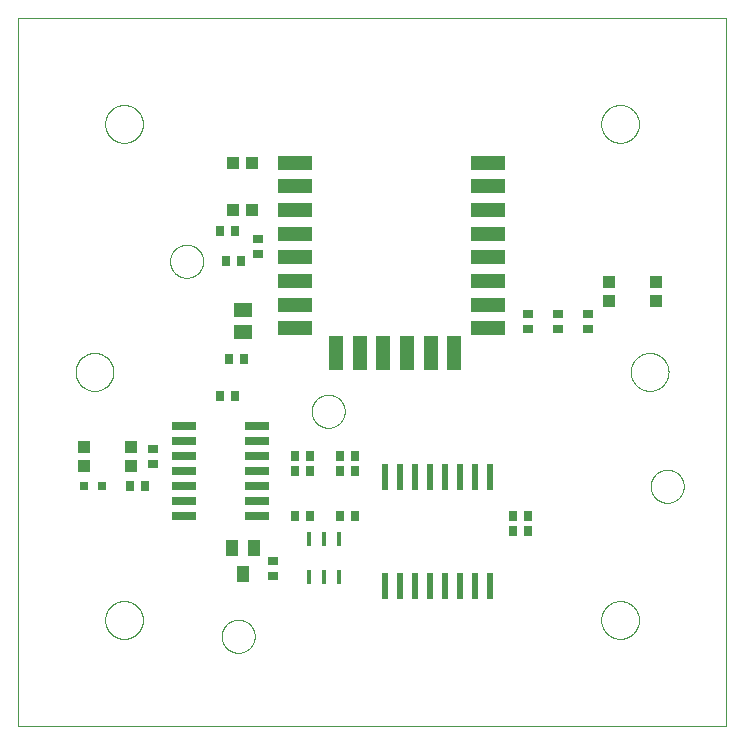
<source format=gtp>
G75*
%MOIN*%
%OFA0B0*%
%FSLAX25Y25*%
%IPPOS*%
%LPD*%
%AMOC8*
5,1,8,0,0,1.08239X$1,22.5*
%
%ADD10C,0.00000*%
%ADD11R,0.05906X0.05118*%
%ADD12R,0.03543X0.02756*%
%ADD13R,0.02756X0.03543*%
%ADD14R,0.03937X0.03937*%
%ADD15R,0.11811X0.04724*%
%ADD16R,0.04724X0.11811*%
%ADD17R,0.02362X0.08661*%
%ADD18R,0.03150X0.03150*%
%ADD19R,0.08000X0.02600*%
%ADD20R,0.03937X0.05512*%
%ADD21R,0.01600X0.04800*%
D10*
X0001000Y0001000D02*
X0001000Y0237220D01*
X0237220Y0237220D01*
X0237220Y0001000D01*
X0001000Y0001000D01*
X0030134Y0036433D02*
X0030136Y0036591D01*
X0030142Y0036749D01*
X0030152Y0036907D01*
X0030166Y0037065D01*
X0030184Y0037222D01*
X0030205Y0037379D01*
X0030231Y0037535D01*
X0030261Y0037691D01*
X0030294Y0037846D01*
X0030332Y0037999D01*
X0030373Y0038152D01*
X0030418Y0038304D01*
X0030467Y0038455D01*
X0030520Y0038604D01*
X0030576Y0038752D01*
X0030636Y0038898D01*
X0030700Y0039043D01*
X0030768Y0039186D01*
X0030839Y0039328D01*
X0030913Y0039468D01*
X0030991Y0039605D01*
X0031073Y0039741D01*
X0031157Y0039875D01*
X0031246Y0040006D01*
X0031337Y0040135D01*
X0031432Y0040262D01*
X0031529Y0040387D01*
X0031630Y0040509D01*
X0031734Y0040628D01*
X0031841Y0040745D01*
X0031951Y0040859D01*
X0032064Y0040970D01*
X0032179Y0041079D01*
X0032297Y0041184D01*
X0032418Y0041286D01*
X0032541Y0041386D01*
X0032667Y0041482D01*
X0032795Y0041575D01*
X0032925Y0041665D01*
X0033058Y0041751D01*
X0033193Y0041835D01*
X0033329Y0041914D01*
X0033468Y0041991D01*
X0033609Y0042063D01*
X0033751Y0042133D01*
X0033895Y0042198D01*
X0034041Y0042260D01*
X0034188Y0042318D01*
X0034337Y0042373D01*
X0034487Y0042424D01*
X0034638Y0042471D01*
X0034790Y0042514D01*
X0034943Y0042553D01*
X0035098Y0042589D01*
X0035253Y0042620D01*
X0035409Y0042648D01*
X0035565Y0042672D01*
X0035722Y0042692D01*
X0035880Y0042708D01*
X0036037Y0042720D01*
X0036196Y0042728D01*
X0036354Y0042732D01*
X0036512Y0042732D01*
X0036670Y0042728D01*
X0036829Y0042720D01*
X0036986Y0042708D01*
X0037144Y0042692D01*
X0037301Y0042672D01*
X0037457Y0042648D01*
X0037613Y0042620D01*
X0037768Y0042589D01*
X0037923Y0042553D01*
X0038076Y0042514D01*
X0038228Y0042471D01*
X0038379Y0042424D01*
X0038529Y0042373D01*
X0038678Y0042318D01*
X0038825Y0042260D01*
X0038971Y0042198D01*
X0039115Y0042133D01*
X0039257Y0042063D01*
X0039398Y0041991D01*
X0039537Y0041914D01*
X0039673Y0041835D01*
X0039808Y0041751D01*
X0039941Y0041665D01*
X0040071Y0041575D01*
X0040199Y0041482D01*
X0040325Y0041386D01*
X0040448Y0041286D01*
X0040569Y0041184D01*
X0040687Y0041079D01*
X0040802Y0040970D01*
X0040915Y0040859D01*
X0041025Y0040745D01*
X0041132Y0040628D01*
X0041236Y0040509D01*
X0041337Y0040387D01*
X0041434Y0040262D01*
X0041529Y0040135D01*
X0041620Y0040006D01*
X0041709Y0039875D01*
X0041793Y0039741D01*
X0041875Y0039605D01*
X0041953Y0039468D01*
X0042027Y0039328D01*
X0042098Y0039186D01*
X0042166Y0039043D01*
X0042230Y0038898D01*
X0042290Y0038752D01*
X0042346Y0038604D01*
X0042399Y0038455D01*
X0042448Y0038304D01*
X0042493Y0038152D01*
X0042534Y0037999D01*
X0042572Y0037846D01*
X0042605Y0037691D01*
X0042635Y0037535D01*
X0042661Y0037379D01*
X0042682Y0037222D01*
X0042700Y0037065D01*
X0042714Y0036907D01*
X0042724Y0036749D01*
X0042730Y0036591D01*
X0042732Y0036433D01*
X0042730Y0036275D01*
X0042724Y0036117D01*
X0042714Y0035959D01*
X0042700Y0035801D01*
X0042682Y0035644D01*
X0042661Y0035487D01*
X0042635Y0035331D01*
X0042605Y0035175D01*
X0042572Y0035020D01*
X0042534Y0034867D01*
X0042493Y0034714D01*
X0042448Y0034562D01*
X0042399Y0034411D01*
X0042346Y0034262D01*
X0042290Y0034114D01*
X0042230Y0033968D01*
X0042166Y0033823D01*
X0042098Y0033680D01*
X0042027Y0033538D01*
X0041953Y0033398D01*
X0041875Y0033261D01*
X0041793Y0033125D01*
X0041709Y0032991D01*
X0041620Y0032860D01*
X0041529Y0032731D01*
X0041434Y0032604D01*
X0041337Y0032479D01*
X0041236Y0032357D01*
X0041132Y0032238D01*
X0041025Y0032121D01*
X0040915Y0032007D01*
X0040802Y0031896D01*
X0040687Y0031787D01*
X0040569Y0031682D01*
X0040448Y0031580D01*
X0040325Y0031480D01*
X0040199Y0031384D01*
X0040071Y0031291D01*
X0039941Y0031201D01*
X0039808Y0031115D01*
X0039673Y0031031D01*
X0039537Y0030952D01*
X0039398Y0030875D01*
X0039257Y0030803D01*
X0039115Y0030733D01*
X0038971Y0030668D01*
X0038825Y0030606D01*
X0038678Y0030548D01*
X0038529Y0030493D01*
X0038379Y0030442D01*
X0038228Y0030395D01*
X0038076Y0030352D01*
X0037923Y0030313D01*
X0037768Y0030277D01*
X0037613Y0030246D01*
X0037457Y0030218D01*
X0037301Y0030194D01*
X0037144Y0030174D01*
X0036986Y0030158D01*
X0036829Y0030146D01*
X0036670Y0030138D01*
X0036512Y0030134D01*
X0036354Y0030134D01*
X0036196Y0030138D01*
X0036037Y0030146D01*
X0035880Y0030158D01*
X0035722Y0030174D01*
X0035565Y0030194D01*
X0035409Y0030218D01*
X0035253Y0030246D01*
X0035098Y0030277D01*
X0034943Y0030313D01*
X0034790Y0030352D01*
X0034638Y0030395D01*
X0034487Y0030442D01*
X0034337Y0030493D01*
X0034188Y0030548D01*
X0034041Y0030606D01*
X0033895Y0030668D01*
X0033751Y0030733D01*
X0033609Y0030803D01*
X0033468Y0030875D01*
X0033329Y0030952D01*
X0033193Y0031031D01*
X0033058Y0031115D01*
X0032925Y0031201D01*
X0032795Y0031291D01*
X0032667Y0031384D01*
X0032541Y0031480D01*
X0032418Y0031580D01*
X0032297Y0031682D01*
X0032179Y0031787D01*
X0032064Y0031896D01*
X0031951Y0032007D01*
X0031841Y0032121D01*
X0031734Y0032238D01*
X0031630Y0032357D01*
X0031529Y0032479D01*
X0031432Y0032604D01*
X0031337Y0032731D01*
X0031246Y0032860D01*
X0031157Y0032991D01*
X0031073Y0033125D01*
X0030991Y0033261D01*
X0030913Y0033398D01*
X0030839Y0033538D01*
X0030768Y0033680D01*
X0030700Y0033823D01*
X0030636Y0033968D01*
X0030576Y0034114D01*
X0030520Y0034262D01*
X0030467Y0034411D01*
X0030418Y0034562D01*
X0030373Y0034714D01*
X0030332Y0034867D01*
X0030294Y0035020D01*
X0030261Y0035175D01*
X0030231Y0035331D01*
X0030205Y0035487D01*
X0030184Y0035644D01*
X0030166Y0035801D01*
X0030152Y0035959D01*
X0030142Y0036117D01*
X0030136Y0036275D01*
X0030134Y0036433D01*
X0068988Y0031000D02*
X0068990Y0031148D01*
X0068996Y0031296D01*
X0069006Y0031444D01*
X0069020Y0031591D01*
X0069038Y0031738D01*
X0069059Y0031884D01*
X0069085Y0032030D01*
X0069115Y0032175D01*
X0069148Y0032319D01*
X0069186Y0032462D01*
X0069227Y0032604D01*
X0069272Y0032745D01*
X0069320Y0032885D01*
X0069373Y0033024D01*
X0069429Y0033161D01*
X0069489Y0033296D01*
X0069552Y0033430D01*
X0069619Y0033562D01*
X0069690Y0033692D01*
X0069764Y0033820D01*
X0069841Y0033946D01*
X0069922Y0034070D01*
X0070006Y0034192D01*
X0070093Y0034311D01*
X0070184Y0034428D01*
X0070278Y0034543D01*
X0070374Y0034655D01*
X0070474Y0034765D01*
X0070576Y0034871D01*
X0070682Y0034975D01*
X0070790Y0035076D01*
X0070901Y0035174D01*
X0071014Y0035270D01*
X0071130Y0035362D01*
X0071248Y0035451D01*
X0071369Y0035536D01*
X0071492Y0035619D01*
X0071617Y0035698D01*
X0071744Y0035774D01*
X0071873Y0035846D01*
X0072004Y0035915D01*
X0072137Y0035980D01*
X0072272Y0036041D01*
X0072408Y0036099D01*
X0072545Y0036154D01*
X0072684Y0036204D01*
X0072825Y0036251D01*
X0072966Y0036294D01*
X0073109Y0036334D01*
X0073253Y0036369D01*
X0073397Y0036401D01*
X0073543Y0036428D01*
X0073689Y0036452D01*
X0073836Y0036472D01*
X0073983Y0036488D01*
X0074130Y0036500D01*
X0074278Y0036508D01*
X0074426Y0036512D01*
X0074574Y0036512D01*
X0074722Y0036508D01*
X0074870Y0036500D01*
X0075017Y0036488D01*
X0075164Y0036472D01*
X0075311Y0036452D01*
X0075457Y0036428D01*
X0075603Y0036401D01*
X0075747Y0036369D01*
X0075891Y0036334D01*
X0076034Y0036294D01*
X0076175Y0036251D01*
X0076316Y0036204D01*
X0076455Y0036154D01*
X0076592Y0036099D01*
X0076728Y0036041D01*
X0076863Y0035980D01*
X0076996Y0035915D01*
X0077127Y0035846D01*
X0077256Y0035774D01*
X0077383Y0035698D01*
X0077508Y0035619D01*
X0077631Y0035536D01*
X0077752Y0035451D01*
X0077870Y0035362D01*
X0077986Y0035270D01*
X0078099Y0035174D01*
X0078210Y0035076D01*
X0078318Y0034975D01*
X0078424Y0034871D01*
X0078526Y0034765D01*
X0078626Y0034655D01*
X0078722Y0034543D01*
X0078816Y0034428D01*
X0078907Y0034311D01*
X0078994Y0034192D01*
X0079078Y0034070D01*
X0079159Y0033946D01*
X0079236Y0033820D01*
X0079310Y0033692D01*
X0079381Y0033562D01*
X0079448Y0033430D01*
X0079511Y0033296D01*
X0079571Y0033161D01*
X0079627Y0033024D01*
X0079680Y0032885D01*
X0079728Y0032745D01*
X0079773Y0032604D01*
X0079814Y0032462D01*
X0079852Y0032319D01*
X0079885Y0032175D01*
X0079915Y0032030D01*
X0079941Y0031884D01*
X0079962Y0031738D01*
X0079980Y0031591D01*
X0079994Y0031444D01*
X0080004Y0031296D01*
X0080010Y0031148D01*
X0080012Y0031000D01*
X0080010Y0030852D01*
X0080004Y0030704D01*
X0079994Y0030556D01*
X0079980Y0030409D01*
X0079962Y0030262D01*
X0079941Y0030116D01*
X0079915Y0029970D01*
X0079885Y0029825D01*
X0079852Y0029681D01*
X0079814Y0029538D01*
X0079773Y0029396D01*
X0079728Y0029255D01*
X0079680Y0029115D01*
X0079627Y0028976D01*
X0079571Y0028839D01*
X0079511Y0028704D01*
X0079448Y0028570D01*
X0079381Y0028438D01*
X0079310Y0028308D01*
X0079236Y0028180D01*
X0079159Y0028054D01*
X0079078Y0027930D01*
X0078994Y0027808D01*
X0078907Y0027689D01*
X0078816Y0027572D01*
X0078722Y0027457D01*
X0078626Y0027345D01*
X0078526Y0027235D01*
X0078424Y0027129D01*
X0078318Y0027025D01*
X0078210Y0026924D01*
X0078099Y0026826D01*
X0077986Y0026730D01*
X0077870Y0026638D01*
X0077752Y0026549D01*
X0077631Y0026464D01*
X0077508Y0026381D01*
X0077383Y0026302D01*
X0077256Y0026226D01*
X0077127Y0026154D01*
X0076996Y0026085D01*
X0076863Y0026020D01*
X0076728Y0025959D01*
X0076592Y0025901D01*
X0076455Y0025846D01*
X0076316Y0025796D01*
X0076175Y0025749D01*
X0076034Y0025706D01*
X0075891Y0025666D01*
X0075747Y0025631D01*
X0075603Y0025599D01*
X0075457Y0025572D01*
X0075311Y0025548D01*
X0075164Y0025528D01*
X0075017Y0025512D01*
X0074870Y0025500D01*
X0074722Y0025492D01*
X0074574Y0025488D01*
X0074426Y0025488D01*
X0074278Y0025492D01*
X0074130Y0025500D01*
X0073983Y0025512D01*
X0073836Y0025528D01*
X0073689Y0025548D01*
X0073543Y0025572D01*
X0073397Y0025599D01*
X0073253Y0025631D01*
X0073109Y0025666D01*
X0072966Y0025706D01*
X0072825Y0025749D01*
X0072684Y0025796D01*
X0072545Y0025846D01*
X0072408Y0025901D01*
X0072272Y0025959D01*
X0072137Y0026020D01*
X0072004Y0026085D01*
X0071873Y0026154D01*
X0071744Y0026226D01*
X0071617Y0026302D01*
X0071492Y0026381D01*
X0071369Y0026464D01*
X0071248Y0026549D01*
X0071130Y0026638D01*
X0071014Y0026730D01*
X0070901Y0026826D01*
X0070790Y0026924D01*
X0070682Y0027025D01*
X0070576Y0027129D01*
X0070474Y0027235D01*
X0070374Y0027345D01*
X0070278Y0027457D01*
X0070184Y0027572D01*
X0070093Y0027689D01*
X0070006Y0027808D01*
X0069922Y0027930D01*
X0069841Y0028054D01*
X0069764Y0028180D01*
X0069690Y0028308D01*
X0069619Y0028438D01*
X0069552Y0028570D01*
X0069489Y0028704D01*
X0069429Y0028839D01*
X0069373Y0028976D01*
X0069320Y0029115D01*
X0069272Y0029255D01*
X0069227Y0029396D01*
X0069186Y0029538D01*
X0069148Y0029681D01*
X0069115Y0029825D01*
X0069085Y0029970D01*
X0069059Y0030116D01*
X0069038Y0030262D01*
X0069020Y0030409D01*
X0069006Y0030556D01*
X0068996Y0030704D01*
X0068990Y0030852D01*
X0068988Y0031000D01*
X0098988Y0106000D02*
X0098990Y0106148D01*
X0098996Y0106296D01*
X0099006Y0106444D01*
X0099020Y0106591D01*
X0099038Y0106738D01*
X0099059Y0106884D01*
X0099085Y0107030D01*
X0099115Y0107175D01*
X0099148Y0107319D01*
X0099186Y0107462D01*
X0099227Y0107604D01*
X0099272Y0107745D01*
X0099320Y0107885D01*
X0099373Y0108024D01*
X0099429Y0108161D01*
X0099489Y0108296D01*
X0099552Y0108430D01*
X0099619Y0108562D01*
X0099690Y0108692D01*
X0099764Y0108820D01*
X0099841Y0108946D01*
X0099922Y0109070D01*
X0100006Y0109192D01*
X0100093Y0109311D01*
X0100184Y0109428D01*
X0100278Y0109543D01*
X0100374Y0109655D01*
X0100474Y0109765D01*
X0100576Y0109871D01*
X0100682Y0109975D01*
X0100790Y0110076D01*
X0100901Y0110174D01*
X0101014Y0110270D01*
X0101130Y0110362D01*
X0101248Y0110451D01*
X0101369Y0110536D01*
X0101492Y0110619D01*
X0101617Y0110698D01*
X0101744Y0110774D01*
X0101873Y0110846D01*
X0102004Y0110915D01*
X0102137Y0110980D01*
X0102272Y0111041D01*
X0102408Y0111099D01*
X0102545Y0111154D01*
X0102684Y0111204D01*
X0102825Y0111251D01*
X0102966Y0111294D01*
X0103109Y0111334D01*
X0103253Y0111369D01*
X0103397Y0111401D01*
X0103543Y0111428D01*
X0103689Y0111452D01*
X0103836Y0111472D01*
X0103983Y0111488D01*
X0104130Y0111500D01*
X0104278Y0111508D01*
X0104426Y0111512D01*
X0104574Y0111512D01*
X0104722Y0111508D01*
X0104870Y0111500D01*
X0105017Y0111488D01*
X0105164Y0111472D01*
X0105311Y0111452D01*
X0105457Y0111428D01*
X0105603Y0111401D01*
X0105747Y0111369D01*
X0105891Y0111334D01*
X0106034Y0111294D01*
X0106175Y0111251D01*
X0106316Y0111204D01*
X0106455Y0111154D01*
X0106592Y0111099D01*
X0106728Y0111041D01*
X0106863Y0110980D01*
X0106996Y0110915D01*
X0107127Y0110846D01*
X0107256Y0110774D01*
X0107383Y0110698D01*
X0107508Y0110619D01*
X0107631Y0110536D01*
X0107752Y0110451D01*
X0107870Y0110362D01*
X0107986Y0110270D01*
X0108099Y0110174D01*
X0108210Y0110076D01*
X0108318Y0109975D01*
X0108424Y0109871D01*
X0108526Y0109765D01*
X0108626Y0109655D01*
X0108722Y0109543D01*
X0108816Y0109428D01*
X0108907Y0109311D01*
X0108994Y0109192D01*
X0109078Y0109070D01*
X0109159Y0108946D01*
X0109236Y0108820D01*
X0109310Y0108692D01*
X0109381Y0108562D01*
X0109448Y0108430D01*
X0109511Y0108296D01*
X0109571Y0108161D01*
X0109627Y0108024D01*
X0109680Y0107885D01*
X0109728Y0107745D01*
X0109773Y0107604D01*
X0109814Y0107462D01*
X0109852Y0107319D01*
X0109885Y0107175D01*
X0109915Y0107030D01*
X0109941Y0106884D01*
X0109962Y0106738D01*
X0109980Y0106591D01*
X0109994Y0106444D01*
X0110004Y0106296D01*
X0110010Y0106148D01*
X0110012Y0106000D01*
X0110010Y0105852D01*
X0110004Y0105704D01*
X0109994Y0105556D01*
X0109980Y0105409D01*
X0109962Y0105262D01*
X0109941Y0105116D01*
X0109915Y0104970D01*
X0109885Y0104825D01*
X0109852Y0104681D01*
X0109814Y0104538D01*
X0109773Y0104396D01*
X0109728Y0104255D01*
X0109680Y0104115D01*
X0109627Y0103976D01*
X0109571Y0103839D01*
X0109511Y0103704D01*
X0109448Y0103570D01*
X0109381Y0103438D01*
X0109310Y0103308D01*
X0109236Y0103180D01*
X0109159Y0103054D01*
X0109078Y0102930D01*
X0108994Y0102808D01*
X0108907Y0102689D01*
X0108816Y0102572D01*
X0108722Y0102457D01*
X0108626Y0102345D01*
X0108526Y0102235D01*
X0108424Y0102129D01*
X0108318Y0102025D01*
X0108210Y0101924D01*
X0108099Y0101826D01*
X0107986Y0101730D01*
X0107870Y0101638D01*
X0107752Y0101549D01*
X0107631Y0101464D01*
X0107508Y0101381D01*
X0107383Y0101302D01*
X0107256Y0101226D01*
X0107127Y0101154D01*
X0106996Y0101085D01*
X0106863Y0101020D01*
X0106728Y0100959D01*
X0106592Y0100901D01*
X0106455Y0100846D01*
X0106316Y0100796D01*
X0106175Y0100749D01*
X0106034Y0100706D01*
X0105891Y0100666D01*
X0105747Y0100631D01*
X0105603Y0100599D01*
X0105457Y0100572D01*
X0105311Y0100548D01*
X0105164Y0100528D01*
X0105017Y0100512D01*
X0104870Y0100500D01*
X0104722Y0100492D01*
X0104574Y0100488D01*
X0104426Y0100488D01*
X0104278Y0100492D01*
X0104130Y0100500D01*
X0103983Y0100512D01*
X0103836Y0100528D01*
X0103689Y0100548D01*
X0103543Y0100572D01*
X0103397Y0100599D01*
X0103253Y0100631D01*
X0103109Y0100666D01*
X0102966Y0100706D01*
X0102825Y0100749D01*
X0102684Y0100796D01*
X0102545Y0100846D01*
X0102408Y0100901D01*
X0102272Y0100959D01*
X0102137Y0101020D01*
X0102004Y0101085D01*
X0101873Y0101154D01*
X0101744Y0101226D01*
X0101617Y0101302D01*
X0101492Y0101381D01*
X0101369Y0101464D01*
X0101248Y0101549D01*
X0101130Y0101638D01*
X0101014Y0101730D01*
X0100901Y0101826D01*
X0100790Y0101924D01*
X0100682Y0102025D01*
X0100576Y0102129D01*
X0100474Y0102235D01*
X0100374Y0102345D01*
X0100278Y0102457D01*
X0100184Y0102572D01*
X0100093Y0102689D01*
X0100006Y0102808D01*
X0099922Y0102930D01*
X0099841Y0103054D01*
X0099764Y0103180D01*
X0099690Y0103308D01*
X0099619Y0103438D01*
X0099552Y0103570D01*
X0099489Y0103704D01*
X0099429Y0103839D01*
X0099373Y0103976D01*
X0099320Y0104115D01*
X0099272Y0104255D01*
X0099227Y0104396D01*
X0099186Y0104538D01*
X0099148Y0104681D01*
X0099115Y0104825D01*
X0099085Y0104970D01*
X0099059Y0105116D01*
X0099038Y0105262D01*
X0099020Y0105409D01*
X0099006Y0105556D01*
X0098996Y0105704D01*
X0098990Y0105852D01*
X0098988Y0106000D01*
X0051788Y0156000D02*
X0051790Y0156148D01*
X0051796Y0156296D01*
X0051806Y0156444D01*
X0051820Y0156591D01*
X0051838Y0156738D01*
X0051859Y0156884D01*
X0051885Y0157030D01*
X0051915Y0157175D01*
X0051948Y0157319D01*
X0051986Y0157462D01*
X0052027Y0157604D01*
X0052072Y0157745D01*
X0052120Y0157885D01*
X0052173Y0158024D01*
X0052229Y0158161D01*
X0052289Y0158296D01*
X0052352Y0158430D01*
X0052419Y0158562D01*
X0052490Y0158692D01*
X0052564Y0158820D01*
X0052641Y0158946D01*
X0052722Y0159070D01*
X0052806Y0159192D01*
X0052893Y0159311D01*
X0052984Y0159428D01*
X0053078Y0159543D01*
X0053174Y0159655D01*
X0053274Y0159765D01*
X0053376Y0159871D01*
X0053482Y0159975D01*
X0053590Y0160076D01*
X0053701Y0160174D01*
X0053814Y0160270D01*
X0053930Y0160362D01*
X0054048Y0160451D01*
X0054169Y0160536D01*
X0054292Y0160619D01*
X0054417Y0160698D01*
X0054544Y0160774D01*
X0054673Y0160846D01*
X0054804Y0160915D01*
X0054937Y0160980D01*
X0055072Y0161041D01*
X0055208Y0161099D01*
X0055345Y0161154D01*
X0055484Y0161204D01*
X0055625Y0161251D01*
X0055766Y0161294D01*
X0055909Y0161334D01*
X0056053Y0161369D01*
X0056197Y0161401D01*
X0056343Y0161428D01*
X0056489Y0161452D01*
X0056636Y0161472D01*
X0056783Y0161488D01*
X0056930Y0161500D01*
X0057078Y0161508D01*
X0057226Y0161512D01*
X0057374Y0161512D01*
X0057522Y0161508D01*
X0057670Y0161500D01*
X0057817Y0161488D01*
X0057964Y0161472D01*
X0058111Y0161452D01*
X0058257Y0161428D01*
X0058403Y0161401D01*
X0058547Y0161369D01*
X0058691Y0161334D01*
X0058834Y0161294D01*
X0058975Y0161251D01*
X0059116Y0161204D01*
X0059255Y0161154D01*
X0059392Y0161099D01*
X0059528Y0161041D01*
X0059663Y0160980D01*
X0059796Y0160915D01*
X0059927Y0160846D01*
X0060056Y0160774D01*
X0060183Y0160698D01*
X0060308Y0160619D01*
X0060431Y0160536D01*
X0060552Y0160451D01*
X0060670Y0160362D01*
X0060786Y0160270D01*
X0060899Y0160174D01*
X0061010Y0160076D01*
X0061118Y0159975D01*
X0061224Y0159871D01*
X0061326Y0159765D01*
X0061426Y0159655D01*
X0061522Y0159543D01*
X0061616Y0159428D01*
X0061707Y0159311D01*
X0061794Y0159192D01*
X0061878Y0159070D01*
X0061959Y0158946D01*
X0062036Y0158820D01*
X0062110Y0158692D01*
X0062181Y0158562D01*
X0062248Y0158430D01*
X0062311Y0158296D01*
X0062371Y0158161D01*
X0062427Y0158024D01*
X0062480Y0157885D01*
X0062528Y0157745D01*
X0062573Y0157604D01*
X0062614Y0157462D01*
X0062652Y0157319D01*
X0062685Y0157175D01*
X0062715Y0157030D01*
X0062741Y0156884D01*
X0062762Y0156738D01*
X0062780Y0156591D01*
X0062794Y0156444D01*
X0062804Y0156296D01*
X0062810Y0156148D01*
X0062812Y0156000D01*
X0062810Y0155852D01*
X0062804Y0155704D01*
X0062794Y0155556D01*
X0062780Y0155409D01*
X0062762Y0155262D01*
X0062741Y0155116D01*
X0062715Y0154970D01*
X0062685Y0154825D01*
X0062652Y0154681D01*
X0062614Y0154538D01*
X0062573Y0154396D01*
X0062528Y0154255D01*
X0062480Y0154115D01*
X0062427Y0153976D01*
X0062371Y0153839D01*
X0062311Y0153704D01*
X0062248Y0153570D01*
X0062181Y0153438D01*
X0062110Y0153308D01*
X0062036Y0153180D01*
X0061959Y0153054D01*
X0061878Y0152930D01*
X0061794Y0152808D01*
X0061707Y0152689D01*
X0061616Y0152572D01*
X0061522Y0152457D01*
X0061426Y0152345D01*
X0061326Y0152235D01*
X0061224Y0152129D01*
X0061118Y0152025D01*
X0061010Y0151924D01*
X0060899Y0151826D01*
X0060786Y0151730D01*
X0060670Y0151638D01*
X0060552Y0151549D01*
X0060431Y0151464D01*
X0060308Y0151381D01*
X0060183Y0151302D01*
X0060056Y0151226D01*
X0059927Y0151154D01*
X0059796Y0151085D01*
X0059663Y0151020D01*
X0059528Y0150959D01*
X0059392Y0150901D01*
X0059255Y0150846D01*
X0059116Y0150796D01*
X0058975Y0150749D01*
X0058834Y0150706D01*
X0058691Y0150666D01*
X0058547Y0150631D01*
X0058403Y0150599D01*
X0058257Y0150572D01*
X0058111Y0150548D01*
X0057964Y0150528D01*
X0057817Y0150512D01*
X0057670Y0150500D01*
X0057522Y0150492D01*
X0057374Y0150488D01*
X0057226Y0150488D01*
X0057078Y0150492D01*
X0056930Y0150500D01*
X0056783Y0150512D01*
X0056636Y0150528D01*
X0056489Y0150548D01*
X0056343Y0150572D01*
X0056197Y0150599D01*
X0056053Y0150631D01*
X0055909Y0150666D01*
X0055766Y0150706D01*
X0055625Y0150749D01*
X0055484Y0150796D01*
X0055345Y0150846D01*
X0055208Y0150901D01*
X0055072Y0150959D01*
X0054937Y0151020D01*
X0054804Y0151085D01*
X0054673Y0151154D01*
X0054544Y0151226D01*
X0054417Y0151302D01*
X0054292Y0151381D01*
X0054169Y0151464D01*
X0054048Y0151549D01*
X0053930Y0151638D01*
X0053814Y0151730D01*
X0053701Y0151826D01*
X0053590Y0151924D01*
X0053482Y0152025D01*
X0053376Y0152129D01*
X0053274Y0152235D01*
X0053174Y0152345D01*
X0053078Y0152457D01*
X0052984Y0152572D01*
X0052893Y0152689D01*
X0052806Y0152808D01*
X0052722Y0152930D01*
X0052641Y0153054D01*
X0052564Y0153180D01*
X0052490Y0153308D01*
X0052419Y0153438D01*
X0052352Y0153570D01*
X0052289Y0153704D01*
X0052229Y0153839D01*
X0052173Y0153976D01*
X0052120Y0154115D01*
X0052072Y0154255D01*
X0052027Y0154396D01*
X0051986Y0154538D01*
X0051948Y0154681D01*
X0051915Y0154825D01*
X0051885Y0154970D01*
X0051859Y0155116D01*
X0051838Y0155262D01*
X0051820Y0155409D01*
X0051806Y0155556D01*
X0051796Y0155704D01*
X0051790Y0155852D01*
X0051788Y0156000D01*
X0020292Y0119110D02*
X0020294Y0119268D01*
X0020300Y0119426D01*
X0020310Y0119584D01*
X0020324Y0119742D01*
X0020342Y0119899D01*
X0020363Y0120056D01*
X0020389Y0120212D01*
X0020419Y0120368D01*
X0020452Y0120523D01*
X0020490Y0120676D01*
X0020531Y0120829D01*
X0020576Y0120981D01*
X0020625Y0121132D01*
X0020678Y0121281D01*
X0020734Y0121429D01*
X0020794Y0121575D01*
X0020858Y0121720D01*
X0020926Y0121863D01*
X0020997Y0122005D01*
X0021071Y0122145D01*
X0021149Y0122282D01*
X0021231Y0122418D01*
X0021315Y0122552D01*
X0021404Y0122683D01*
X0021495Y0122812D01*
X0021590Y0122939D01*
X0021687Y0123064D01*
X0021788Y0123186D01*
X0021892Y0123305D01*
X0021999Y0123422D01*
X0022109Y0123536D01*
X0022222Y0123647D01*
X0022337Y0123756D01*
X0022455Y0123861D01*
X0022576Y0123963D01*
X0022699Y0124063D01*
X0022825Y0124159D01*
X0022953Y0124252D01*
X0023083Y0124342D01*
X0023216Y0124428D01*
X0023351Y0124512D01*
X0023487Y0124591D01*
X0023626Y0124668D01*
X0023767Y0124740D01*
X0023909Y0124810D01*
X0024053Y0124875D01*
X0024199Y0124937D01*
X0024346Y0124995D01*
X0024495Y0125050D01*
X0024645Y0125101D01*
X0024796Y0125148D01*
X0024948Y0125191D01*
X0025101Y0125230D01*
X0025256Y0125266D01*
X0025411Y0125297D01*
X0025567Y0125325D01*
X0025723Y0125349D01*
X0025880Y0125369D01*
X0026038Y0125385D01*
X0026195Y0125397D01*
X0026354Y0125405D01*
X0026512Y0125409D01*
X0026670Y0125409D01*
X0026828Y0125405D01*
X0026987Y0125397D01*
X0027144Y0125385D01*
X0027302Y0125369D01*
X0027459Y0125349D01*
X0027615Y0125325D01*
X0027771Y0125297D01*
X0027926Y0125266D01*
X0028081Y0125230D01*
X0028234Y0125191D01*
X0028386Y0125148D01*
X0028537Y0125101D01*
X0028687Y0125050D01*
X0028836Y0124995D01*
X0028983Y0124937D01*
X0029129Y0124875D01*
X0029273Y0124810D01*
X0029415Y0124740D01*
X0029556Y0124668D01*
X0029695Y0124591D01*
X0029831Y0124512D01*
X0029966Y0124428D01*
X0030099Y0124342D01*
X0030229Y0124252D01*
X0030357Y0124159D01*
X0030483Y0124063D01*
X0030606Y0123963D01*
X0030727Y0123861D01*
X0030845Y0123756D01*
X0030960Y0123647D01*
X0031073Y0123536D01*
X0031183Y0123422D01*
X0031290Y0123305D01*
X0031394Y0123186D01*
X0031495Y0123064D01*
X0031592Y0122939D01*
X0031687Y0122812D01*
X0031778Y0122683D01*
X0031867Y0122552D01*
X0031951Y0122418D01*
X0032033Y0122282D01*
X0032111Y0122145D01*
X0032185Y0122005D01*
X0032256Y0121863D01*
X0032324Y0121720D01*
X0032388Y0121575D01*
X0032448Y0121429D01*
X0032504Y0121281D01*
X0032557Y0121132D01*
X0032606Y0120981D01*
X0032651Y0120829D01*
X0032692Y0120676D01*
X0032730Y0120523D01*
X0032763Y0120368D01*
X0032793Y0120212D01*
X0032819Y0120056D01*
X0032840Y0119899D01*
X0032858Y0119742D01*
X0032872Y0119584D01*
X0032882Y0119426D01*
X0032888Y0119268D01*
X0032890Y0119110D01*
X0032888Y0118952D01*
X0032882Y0118794D01*
X0032872Y0118636D01*
X0032858Y0118478D01*
X0032840Y0118321D01*
X0032819Y0118164D01*
X0032793Y0118008D01*
X0032763Y0117852D01*
X0032730Y0117697D01*
X0032692Y0117544D01*
X0032651Y0117391D01*
X0032606Y0117239D01*
X0032557Y0117088D01*
X0032504Y0116939D01*
X0032448Y0116791D01*
X0032388Y0116645D01*
X0032324Y0116500D01*
X0032256Y0116357D01*
X0032185Y0116215D01*
X0032111Y0116075D01*
X0032033Y0115938D01*
X0031951Y0115802D01*
X0031867Y0115668D01*
X0031778Y0115537D01*
X0031687Y0115408D01*
X0031592Y0115281D01*
X0031495Y0115156D01*
X0031394Y0115034D01*
X0031290Y0114915D01*
X0031183Y0114798D01*
X0031073Y0114684D01*
X0030960Y0114573D01*
X0030845Y0114464D01*
X0030727Y0114359D01*
X0030606Y0114257D01*
X0030483Y0114157D01*
X0030357Y0114061D01*
X0030229Y0113968D01*
X0030099Y0113878D01*
X0029966Y0113792D01*
X0029831Y0113708D01*
X0029695Y0113629D01*
X0029556Y0113552D01*
X0029415Y0113480D01*
X0029273Y0113410D01*
X0029129Y0113345D01*
X0028983Y0113283D01*
X0028836Y0113225D01*
X0028687Y0113170D01*
X0028537Y0113119D01*
X0028386Y0113072D01*
X0028234Y0113029D01*
X0028081Y0112990D01*
X0027926Y0112954D01*
X0027771Y0112923D01*
X0027615Y0112895D01*
X0027459Y0112871D01*
X0027302Y0112851D01*
X0027144Y0112835D01*
X0026987Y0112823D01*
X0026828Y0112815D01*
X0026670Y0112811D01*
X0026512Y0112811D01*
X0026354Y0112815D01*
X0026195Y0112823D01*
X0026038Y0112835D01*
X0025880Y0112851D01*
X0025723Y0112871D01*
X0025567Y0112895D01*
X0025411Y0112923D01*
X0025256Y0112954D01*
X0025101Y0112990D01*
X0024948Y0113029D01*
X0024796Y0113072D01*
X0024645Y0113119D01*
X0024495Y0113170D01*
X0024346Y0113225D01*
X0024199Y0113283D01*
X0024053Y0113345D01*
X0023909Y0113410D01*
X0023767Y0113480D01*
X0023626Y0113552D01*
X0023487Y0113629D01*
X0023351Y0113708D01*
X0023216Y0113792D01*
X0023083Y0113878D01*
X0022953Y0113968D01*
X0022825Y0114061D01*
X0022699Y0114157D01*
X0022576Y0114257D01*
X0022455Y0114359D01*
X0022337Y0114464D01*
X0022222Y0114573D01*
X0022109Y0114684D01*
X0021999Y0114798D01*
X0021892Y0114915D01*
X0021788Y0115034D01*
X0021687Y0115156D01*
X0021590Y0115281D01*
X0021495Y0115408D01*
X0021404Y0115537D01*
X0021315Y0115668D01*
X0021231Y0115802D01*
X0021149Y0115938D01*
X0021071Y0116075D01*
X0020997Y0116215D01*
X0020926Y0116357D01*
X0020858Y0116500D01*
X0020794Y0116645D01*
X0020734Y0116791D01*
X0020678Y0116939D01*
X0020625Y0117088D01*
X0020576Y0117239D01*
X0020531Y0117391D01*
X0020490Y0117544D01*
X0020452Y0117697D01*
X0020419Y0117852D01*
X0020389Y0118008D01*
X0020363Y0118164D01*
X0020342Y0118321D01*
X0020324Y0118478D01*
X0020310Y0118636D01*
X0020300Y0118794D01*
X0020294Y0118952D01*
X0020292Y0119110D01*
X0030134Y0201787D02*
X0030136Y0201945D01*
X0030142Y0202103D01*
X0030152Y0202261D01*
X0030166Y0202419D01*
X0030184Y0202576D01*
X0030205Y0202733D01*
X0030231Y0202889D01*
X0030261Y0203045D01*
X0030294Y0203200D01*
X0030332Y0203353D01*
X0030373Y0203506D01*
X0030418Y0203658D01*
X0030467Y0203809D01*
X0030520Y0203958D01*
X0030576Y0204106D01*
X0030636Y0204252D01*
X0030700Y0204397D01*
X0030768Y0204540D01*
X0030839Y0204682D01*
X0030913Y0204822D01*
X0030991Y0204959D01*
X0031073Y0205095D01*
X0031157Y0205229D01*
X0031246Y0205360D01*
X0031337Y0205489D01*
X0031432Y0205616D01*
X0031529Y0205741D01*
X0031630Y0205863D01*
X0031734Y0205982D01*
X0031841Y0206099D01*
X0031951Y0206213D01*
X0032064Y0206324D01*
X0032179Y0206433D01*
X0032297Y0206538D01*
X0032418Y0206640D01*
X0032541Y0206740D01*
X0032667Y0206836D01*
X0032795Y0206929D01*
X0032925Y0207019D01*
X0033058Y0207105D01*
X0033193Y0207189D01*
X0033329Y0207268D01*
X0033468Y0207345D01*
X0033609Y0207417D01*
X0033751Y0207487D01*
X0033895Y0207552D01*
X0034041Y0207614D01*
X0034188Y0207672D01*
X0034337Y0207727D01*
X0034487Y0207778D01*
X0034638Y0207825D01*
X0034790Y0207868D01*
X0034943Y0207907D01*
X0035098Y0207943D01*
X0035253Y0207974D01*
X0035409Y0208002D01*
X0035565Y0208026D01*
X0035722Y0208046D01*
X0035880Y0208062D01*
X0036037Y0208074D01*
X0036196Y0208082D01*
X0036354Y0208086D01*
X0036512Y0208086D01*
X0036670Y0208082D01*
X0036829Y0208074D01*
X0036986Y0208062D01*
X0037144Y0208046D01*
X0037301Y0208026D01*
X0037457Y0208002D01*
X0037613Y0207974D01*
X0037768Y0207943D01*
X0037923Y0207907D01*
X0038076Y0207868D01*
X0038228Y0207825D01*
X0038379Y0207778D01*
X0038529Y0207727D01*
X0038678Y0207672D01*
X0038825Y0207614D01*
X0038971Y0207552D01*
X0039115Y0207487D01*
X0039257Y0207417D01*
X0039398Y0207345D01*
X0039537Y0207268D01*
X0039673Y0207189D01*
X0039808Y0207105D01*
X0039941Y0207019D01*
X0040071Y0206929D01*
X0040199Y0206836D01*
X0040325Y0206740D01*
X0040448Y0206640D01*
X0040569Y0206538D01*
X0040687Y0206433D01*
X0040802Y0206324D01*
X0040915Y0206213D01*
X0041025Y0206099D01*
X0041132Y0205982D01*
X0041236Y0205863D01*
X0041337Y0205741D01*
X0041434Y0205616D01*
X0041529Y0205489D01*
X0041620Y0205360D01*
X0041709Y0205229D01*
X0041793Y0205095D01*
X0041875Y0204959D01*
X0041953Y0204822D01*
X0042027Y0204682D01*
X0042098Y0204540D01*
X0042166Y0204397D01*
X0042230Y0204252D01*
X0042290Y0204106D01*
X0042346Y0203958D01*
X0042399Y0203809D01*
X0042448Y0203658D01*
X0042493Y0203506D01*
X0042534Y0203353D01*
X0042572Y0203200D01*
X0042605Y0203045D01*
X0042635Y0202889D01*
X0042661Y0202733D01*
X0042682Y0202576D01*
X0042700Y0202419D01*
X0042714Y0202261D01*
X0042724Y0202103D01*
X0042730Y0201945D01*
X0042732Y0201787D01*
X0042730Y0201629D01*
X0042724Y0201471D01*
X0042714Y0201313D01*
X0042700Y0201155D01*
X0042682Y0200998D01*
X0042661Y0200841D01*
X0042635Y0200685D01*
X0042605Y0200529D01*
X0042572Y0200374D01*
X0042534Y0200221D01*
X0042493Y0200068D01*
X0042448Y0199916D01*
X0042399Y0199765D01*
X0042346Y0199616D01*
X0042290Y0199468D01*
X0042230Y0199322D01*
X0042166Y0199177D01*
X0042098Y0199034D01*
X0042027Y0198892D01*
X0041953Y0198752D01*
X0041875Y0198615D01*
X0041793Y0198479D01*
X0041709Y0198345D01*
X0041620Y0198214D01*
X0041529Y0198085D01*
X0041434Y0197958D01*
X0041337Y0197833D01*
X0041236Y0197711D01*
X0041132Y0197592D01*
X0041025Y0197475D01*
X0040915Y0197361D01*
X0040802Y0197250D01*
X0040687Y0197141D01*
X0040569Y0197036D01*
X0040448Y0196934D01*
X0040325Y0196834D01*
X0040199Y0196738D01*
X0040071Y0196645D01*
X0039941Y0196555D01*
X0039808Y0196469D01*
X0039673Y0196385D01*
X0039537Y0196306D01*
X0039398Y0196229D01*
X0039257Y0196157D01*
X0039115Y0196087D01*
X0038971Y0196022D01*
X0038825Y0195960D01*
X0038678Y0195902D01*
X0038529Y0195847D01*
X0038379Y0195796D01*
X0038228Y0195749D01*
X0038076Y0195706D01*
X0037923Y0195667D01*
X0037768Y0195631D01*
X0037613Y0195600D01*
X0037457Y0195572D01*
X0037301Y0195548D01*
X0037144Y0195528D01*
X0036986Y0195512D01*
X0036829Y0195500D01*
X0036670Y0195492D01*
X0036512Y0195488D01*
X0036354Y0195488D01*
X0036196Y0195492D01*
X0036037Y0195500D01*
X0035880Y0195512D01*
X0035722Y0195528D01*
X0035565Y0195548D01*
X0035409Y0195572D01*
X0035253Y0195600D01*
X0035098Y0195631D01*
X0034943Y0195667D01*
X0034790Y0195706D01*
X0034638Y0195749D01*
X0034487Y0195796D01*
X0034337Y0195847D01*
X0034188Y0195902D01*
X0034041Y0195960D01*
X0033895Y0196022D01*
X0033751Y0196087D01*
X0033609Y0196157D01*
X0033468Y0196229D01*
X0033329Y0196306D01*
X0033193Y0196385D01*
X0033058Y0196469D01*
X0032925Y0196555D01*
X0032795Y0196645D01*
X0032667Y0196738D01*
X0032541Y0196834D01*
X0032418Y0196934D01*
X0032297Y0197036D01*
X0032179Y0197141D01*
X0032064Y0197250D01*
X0031951Y0197361D01*
X0031841Y0197475D01*
X0031734Y0197592D01*
X0031630Y0197711D01*
X0031529Y0197833D01*
X0031432Y0197958D01*
X0031337Y0198085D01*
X0031246Y0198214D01*
X0031157Y0198345D01*
X0031073Y0198479D01*
X0030991Y0198615D01*
X0030913Y0198752D01*
X0030839Y0198892D01*
X0030768Y0199034D01*
X0030700Y0199177D01*
X0030636Y0199322D01*
X0030576Y0199468D01*
X0030520Y0199616D01*
X0030467Y0199765D01*
X0030418Y0199916D01*
X0030373Y0200068D01*
X0030332Y0200221D01*
X0030294Y0200374D01*
X0030261Y0200529D01*
X0030231Y0200685D01*
X0030205Y0200841D01*
X0030184Y0200998D01*
X0030166Y0201155D01*
X0030152Y0201313D01*
X0030142Y0201471D01*
X0030136Y0201629D01*
X0030134Y0201787D01*
X0195488Y0201787D02*
X0195490Y0201945D01*
X0195496Y0202103D01*
X0195506Y0202261D01*
X0195520Y0202419D01*
X0195538Y0202576D01*
X0195559Y0202733D01*
X0195585Y0202889D01*
X0195615Y0203045D01*
X0195648Y0203200D01*
X0195686Y0203353D01*
X0195727Y0203506D01*
X0195772Y0203658D01*
X0195821Y0203809D01*
X0195874Y0203958D01*
X0195930Y0204106D01*
X0195990Y0204252D01*
X0196054Y0204397D01*
X0196122Y0204540D01*
X0196193Y0204682D01*
X0196267Y0204822D01*
X0196345Y0204959D01*
X0196427Y0205095D01*
X0196511Y0205229D01*
X0196600Y0205360D01*
X0196691Y0205489D01*
X0196786Y0205616D01*
X0196883Y0205741D01*
X0196984Y0205863D01*
X0197088Y0205982D01*
X0197195Y0206099D01*
X0197305Y0206213D01*
X0197418Y0206324D01*
X0197533Y0206433D01*
X0197651Y0206538D01*
X0197772Y0206640D01*
X0197895Y0206740D01*
X0198021Y0206836D01*
X0198149Y0206929D01*
X0198279Y0207019D01*
X0198412Y0207105D01*
X0198547Y0207189D01*
X0198683Y0207268D01*
X0198822Y0207345D01*
X0198963Y0207417D01*
X0199105Y0207487D01*
X0199249Y0207552D01*
X0199395Y0207614D01*
X0199542Y0207672D01*
X0199691Y0207727D01*
X0199841Y0207778D01*
X0199992Y0207825D01*
X0200144Y0207868D01*
X0200297Y0207907D01*
X0200452Y0207943D01*
X0200607Y0207974D01*
X0200763Y0208002D01*
X0200919Y0208026D01*
X0201076Y0208046D01*
X0201234Y0208062D01*
X0201391Y0208074D01*
X0201550Y0208082D01*
X0201708Y0208086D01*
X0201866Y0208086D01*
X0202024Y0208082D01*
X0202183Y0208074D01*
X0202340Y0208062D01*
X0202498Y0208046D01*
X0202655Y0208026D01*
X0202811Y0208002D01*
X0202967Y0207974D01*
X0203122Y0207943D01*
X0203277Y0207907D01*
X0203430Y0207868D01*
X0203582Y0207825D01*
X0203733Y0207778D01*
X0203883Y0207727D01*
X0204032Y0207672D01*
X0204179Y0207614D01*
X0204325Y0207552D01*
X0204469Y0207487D01*
X0204611Y0207417D01*
X0204752Y0207345D01*
X0204891Y0207268D01*
X0205027Y0207189D01*
X0205162Y0207105D01*
X0205295Y0207019D01*
X0205425Y0206929D01*
X0205553Y0206836D01*
X0205679Y0206740D01*
X0205802Y0206640D01*
X0205923Y0206538D01*
X0206041Y0206433D01*
X0206156Y0206324D01*
X0206269Y0206213D01*
X0206379Y0206099D01*
X0206486Y0205982D01*
X0206590Y0205863D01*
X0206691Y0205741D01*
X0206788Y0205616D01*
X0206883Y0205489D01*
X0206974Y0205360D01*
X0207063Y0205229D01*
X0207147Y0205095D01*
X0207229Y0204959D01*
X0207307Y0204822D01*
X0207381Y0204682D01*
X0207452Y0204540D01*
X0207520Y0204397D01*
X0207584Y0204252D01*
X0207644Y0204106D01*
X0207700Y0203958D01*
X0207753Y0203809D01*
X0207802Y0203658D01*
X0207847Y0203506D01*
X0207888Y0203353D01*
X0207926Y0203200D01*
X0207959Y0203045D01*
X0207989Y0202889D01*
X0208015Y0202733D01*
X0208036Y0202576D01*
X0208054Y0202419D01*
X0208068Y0202261D01*
X0208078Y0202103D01*
X0208084Y0201945D01*
X0208086Y0201787D01*
X0208084Y0201629D01*
X0208078Y0201471D01*
X0208068Y0201313D01*
X0208054Y0201155D01*
X0208036Y0200998D01*
X0208015Y0200841D01*
X0207989Y0200685D01*
X0207959Y0200529D01*
X0207926Y0200374D01*
X0207888Y0200221D01*
X0207847Y0200068D01*
X0207802Y0199916D01*
X0207753Y0199765D01*
X0207700Y0199616D01*
X0207644Y0199468D01*
X0207584Y0199322D01*
X0207520Y0199177D01*
X0207452Y0199034D01*
X0207381Y0198892D01*
X0207307Y0198752D01*
X0207229Y0198615D01*
X0207147Y0198479D01*
X0207063Y0198345D01*
X0206974Y0198214D01*
X0206883Y0198085D01*
X0206788Y0197958D01*
X0206691Y0197833D01*
X0206590Y0197711D01*
X0206486Y0197592D01*
X0206379Y0197475D01*
X0206269Y0197361D01*
X0206156Y0197250D01*
X0206041Y0197141D01*
X0205923Y0197036D01*
X0205802Y0196934D01*
X0205679Y0196834D01*
X0205553Y0196738D01*
X0205425Y0196645D01*
X0205295Y0196555D01*
X0205162Y0196469D01*
X0205027Y0196385D01*
X0204891Y0196306D01*
X0204752Y0196229D01*
X0204611Y0196157D01*
X0204469Y0196087D01*
X0204325Y0196022D01*
X0204179Y0195960D01*
X0204032Y0195902D01*
X0203883Y0195847D01*
X0203733Y0195796D01*
X0203582Y0195749D01*
X0203430Y0195706D01*
X0203277Y0195667D01*
X0203122Y0195631D01*
X0202967Y0195600D01*
X0202811Y0195572D01*
X0202655Y0195548D01*
X0202498Y0195528D01*
X0202340Y0195512D01*
X0202183Y0195500D01*
X0202024Y0195492D01*
X0201866Y0195488D01*
X0201708Y0195488D01*
X0201550Y0195492D01*
X0201391Y0195500D01*
X0201234Y0195512D01*
X0201076Y0195528D01*
X0200919Y0195548D01*
X0200763Y0195572D01*
X0200607Y0195600D01*
X0200452Y0195631D01*
X0200297Y0195667D01*
X0200144Y0195706D01*
X0199992Y0195749D01*
X0199841Y0195796D01*
X0199691Y0195847D01*
X0199542Y0195902D01*
X0199395Y0195960D01*
X0199249Y0196022D01*
X0199105Y0196087D01*
X0198963Y0196157D01*
X0198822Y0196229D01*
X0198683Y0196306D01*
X0198547Y0196385D01*
X0198412Y0196469D01*
X0198279Y0196555D01*
X0198149Y0196645D01*
X0198021Y0196738D01*
X0197895Y0196834D01*
X0197772Y0196934D01*
X0197651Y0197036D01*
X0197533Y0197141D01*
X0197418Y0197250D01*
X0197305Y0197361D01*
X0197195Y0197475D01*
X0197088Y0197592D01*
X0196984Y0197711D01*
X0196883Y0197833D01*
X0196786Y0197958D01*
X0196691Y0198085D01*
X0196600Y0198214D01*
X0196511Y0198345D01*
X0196427Y0198479D01*
X0196345Y0198615D01*
X0196267Y0198752D01*
X0196193Y0198892D01*
X0196122Y0199034D01*
X0196054Y0199177D01*
X0195990Y0199322D01*
X0195930Y0199468D01*
X0195874Y0199616D01*
X0195821Y0199765D01*
X0195772Y0199916D01*
X0195727Y0200068D01*
X0195686Y0200221D01*
X0195648Y0200374D01*
X0195615Y0200529D01*
X0195585Y0200685D01*
X0195559Y0200841D01*
X0195538Y0200998D01*
X0195520Y0201155D01*
X0195506Y0201313D01*
X0195496Y0201471D01*
X0195490Y0201629D01*
X0195488Y0201787D01*
X0205331Y0119110D02*
X0205333Y0119268D01*
X0205339Y0119426D01*
X0205349Y0119584D01*
X0205363Y0119742D01*
X0205381Y0119899D01*
X0205402Y0120056D01*
X0205428Y0120212D01*
X0205458Y0120368D01*
X0205491Y0120523D01*
X0205529Y0120676D01*
X0205570Y0120829D01*
X0205615Y0120981D01*
X0205664Y0121132D01*
X0205717Y0121281D01*
X0205773Y0121429D01*
X0205833Y0121575D01*
X0205897Y0121720D01*
X0205965Y0121863D01*
X0206036Y0122005D01*
X0206110Y0122145D01*
X0206188Y0122282D01*
X0206270Y0122418D01*
X0206354Y0122552D01*
X0206443Y0122683D01*
X0206534Y0122812D01*
X0206629Y0122939D01*
X0206726Y0123064D01*
X0206827Y0123186D01*
X0206931Y0123305D01*
X0207038Y0123422D01*
X0207148Y0123536D01*
X0207261Y0123647D01*
X0207376Y0123756D01*
X0207494Y0123861D01*
X0207615Y0123963D01*
X0207738Y0124063D01*
X0207864Y0124159D01*
X0207992Y0124252D01*
X0208122Y0124342D01*
X0208255Y0124428D01*
X0208390Y0124512D01*
X0208526Y0124591D01*
X0208665Y0124668D01*
X0208806Y0124740D01*
X0208948Y0124810D01*
X0209092Y0124875D01*
X0209238Y0124937D01*
X0209385Y0124995D01*
X0209534Y0125050D01*
X0209684Y0125101D01*
X0209835Y0125148D01*
X0209987Y0125191D01*
X0210140Y0125230D01*
X0210295Y0125266D01*
X0210450Y0125297D01*
X0210606Y0125325D01*
X0210762Y0125349D01*
X0210919Y0125369D01*
X0211077Y0125385D01*
X0211234Y0125397D01*
X0211393Y0125405D01*
X0211551Y0125409D01*
X0211709Y0125409D01*
X0211867Y0125405D01*
X0212026Y0125397D01*
X0212183Y0125385D01*
X0212341Y0125369D01*
X0212498Y0125349D01*
X0212654Y0125325D01*
X0212810Y0125297D01*
X0212965Y0125266D01*
X0213120Y0125230D01*
X0213273Y0125191D01*
X0213425Y0125148D01*
X0213576Y0125101D01*
X0213726Y0125050D01*
X0213875Y0124995D01*
X0214022Y0124937D01*
X0214168Y0124875D01*
X0214312Y0124810D01*
X0214454Y0124740D01*
X0214595Y0124668D01*
X0214734Y0124591D01*
X0214870Y0124512D01*
X0215005Y0124428D01*
X0215138Y0124342D01*
X0215268Y0124252D01*
X0215396Y0124159D01*
X0215522Y0124063D01*
X0215645Y0123963D01*
X0215766Y0123861D01*
X0215884Y0123756D01*
X0215999Y0123647D01*
X0216112Y0123536D01*
X0216222Y0123422D01*
X0216329Y0123305D01*
X0216433Y0123186D01*
X0216534Y0123064D01*
X0216631Y0122939D01*
X0216726Y0122812D01*
X0216817Y0122683D01*
X0216906Y0122552D01*
X0216990Y0122418D01*
X0217072Y0122282D01*
X0217150Y0122145D01*
X0217224Y0122005D01*
X0217295Y0121863D01*
X0217363Y0121720D01*
X0217427Y0121575D01*
X0217487Y0121429D01*
X0217543Y0121281D01*
X0217596Y0121132D01*
X0217645Y0120981D01*
X0217690Y0120829D01*
X0217731Y0120676D01*
X0217769Y0120523D01*
X0217802Y0120368D01*
X0217832Y0120212D01*
X0217858Y0120056D01*
X0217879Y0119899D01*
X0217897Y0119742D01*
X0217911Y0119584D01*
X0217921Y0119426D01*
X0217927Y0119268D01*
X0217929Y0119110D01*
X0217927Y0118952D01*
X0217921Y0118794D01*
X0217911Y0118636D01*
X0217897Y0118478D01*
X0217879Y0118321D01*
X0217858Y0118164D01*
X0217832Y0118008D01*
X0217802Y0117852D01*
X0217769Y0117697D01*
X0217731Y0117544D01*
X0217690Y0117391D01*
X0217645Y0117239D01*
X0217596Y0117088D01*
X0217543Y0116939D01*
X0217487Y0116791D01*
X0217427Y0116645D01*
X0217363Y0116500D01*
X0217295Y0116357D01*
X0217224Y0116215D01*
X0217150Y0116075D01*
X0217072Y0115938D01*
X0216990Y0115802D01*
X0216906Y0115668D01*
X0216817Y0115537D01*
X0216726Y0115408D01*
X0216631Y0115281D01*
X0216534Y0115156D01*
X0216433Y0115034D01*
X0216329Y0114915D01*
X0216222Y0114798D01*
X0216112Y0114684D01*
X0215999Y0114573D01*
X0215884Y0114464D01*
X0215766Y0114359D01*
X0215645Y0114257D01*
X0215522Y0114157D01*
X0215396Y0114061D01*
X0215268Y0113968D01*
X0215138Y0113878D01*
X0215005Y0113792D01*
X0214870Y0113708D01*
X0214734Y0113629D01*
X0214595Y0113552D01*
X0214454Y0113480D01*
X0214312Y0113410D01*
X0214168Y0113345D01*
X0214022Y0113283D01*
X0213875Y0113225D01*
X0213726Y0113170D01*
X0213576Y0113119D01*
X0213425Y0113072D01*
X0213273Y0113029D01*
X0213120Y0112990D01*
X0212965Y0112954D01*
X0212810Y0112923D01*
X0212654Y0112895D01*
X0212498Y0112871D01*
X0212341Y0112851D01*
X0212183Y0112835D01*
X0212026Y0112823D01*
X0211867Y0112815D01*
X0211709Y0112811D01*
X0211551Y0112811D01*
X0211393Y0112815D01*
X0211234Y0112823D01*
X0211077Y0112835D01*
X0210919Y0112851D01*
X0210762Y0112871D01*
X0210606Y0112895D01*
X0210450Y0112923D01*
X0210295Y0112954D01*
X0210140Y0112990D01*
X0209987Y0113029D01*
X0209835Y0113072D01*
X0209684Y0113119D01*
X0209534Y0113170D01*
X0209385Y0113225D01*
X0209238Y0113283D01*
X0209092Y0113345D01*
X0208948Y0113410D01*
X0208806Y0113480D01*
X0208665Y0113552D01*
X0208526Y0113629D01*
X0208390Y0113708D01*
X0208255Y0113792D01*
X0208122Y0113878D01*
X0207992Y0113968D01*
X0207864Y0114061D01*
X0207738Y0114157D01*
X0207615Y0114257D01*
X0207494Y0114359D01*
X0207376Y0114464D01*
X0207261Y0114573D01*
X0207148Y0114684D01*
X0207038Y0114798D01*
X0206931Y0114915D01*
X0206827Y0115034D01*
X0206726Y0115156D01*
X0206629Y0115281D01*
X0206534Y0115408D01*
X0206443Y0115537D01*
X0206354Y0115668D01*
X0206270Y0115802D01*
X0206188Y0115938D01*
X0206110Y0116075D01*
X0206036Y0116215D01*
X0205965Y0116357D01*
X0205897Y0116500D01*
X0205833Y0116645D01*
X0205773Y0116791D01*
X0205717Y0116939D01*
X0205664Y0117088D01*
X0205615Y0117239D01*
X0205570Y0117391D01*
X0205529Y0117544D01*
X0205491Y0117697D01*
X0205458Y0117852D01*
X0205428Y0118008D01*
X0205402Y0118164D01*
X0205381Y0118321D01*
X0205363Y0118478D01*
X0205349Y0118636D01*
X0205339Y0118794D01*
X0205333Y0118952D01*
X0205331Y0119110D01*
X0211988Y0081000D02*
X0211990Y0081148D01*
X0211996Y0081296D01*
X0212006Y0081444D01*
X0212020Y0081591D01*
X0212038Y0081738D01*
X0212059Y0081884D01*
X0212085Y0082030D01*
X0212115Y0082175D01*
X0212148Y0082319D01*
X0212186Y0082462D01*
X0212227Y0082604D01*
X0212272Y0082745D01*
X0212320Y0082885D01*
X0212373Y0083024D01*
X0212429Y0083161D01*
X0212489Y0083296D01*
X0212552Y0083430D01*
X0212619Y0083562D01*
X0212690Y0083692D01*
X0212764Y0083820D01*
X0212841Y0083946D01*
X0212922Y0084070D01*
X0213006Y0084192D01*
X0213093Y0084311D01*
X0213184Y0084428D01*
X0213278Y0084543D01*
X0213374Y0084655D01*
X0213474Y0084765D01*
X0213576Y0084871D01*
X0213682Y0084975D01*
X0213790Y0085076D01*
X0213901Y0085174D01*
X0214014Y0085270D01*
X0214130Y0085362D01*
X0214248Y0085451D01*
X0214369Y0085536D01*
X0214492Y0085619D01*
X0214617Y0085698D01*
X0214744Y0085774D01*
X0214873Y0085846D01*
X0215004Y0085915D01*
X0215137Y0085980D01*
X0215272Y0086041D01*
X0215408Y0086099D01*
X0215545Y0086154D01*
X0215684Y0086204D01*
X0215825Y0086251D01*
X0215966Y0086294D01*
X0216109Y0086334D01*
X0216253Y0086369D01*
X0216397Y0086401D01*
X0216543Y0086428D01*
X0216689Y0086452D01*
X0216836Y0086472D01*
X0216983Y0086488D01*
X0217130Y0086500D01*
X0217278Y0086508D01*
X0217426Y0086512D01*
X0217574Y0086512D01*
X0217722Y0086508D01*
X0217870Y0086500D01*
X0218017Y0086488D01*
X0218164Y0086472D01*
X0218311Y0086452D01*
X0218457Y0086428D01*
X0218603Y0086401D01*
X0218747Y0086369D01*
X0218891Y0086334D01*
X0219034Y0086294D01*
X0219175Y0086251D01*
X0219316Y0086204D01*
X0219455Y0086154D01*
X0219592Y0086099D01*
X0219728Y0086041D01*
X0219863Y0085980D01*
X0219996Y0085915D01*
X0220127Y0085846D01*
X0220256Y0085774D01*
X0220383Y0085698D01*
X0220508Y0085619D01*
X0220631Y0085536D01*
X0220752Y0085451D01*
X0220870Y0085362D01*
X0220986Y0085270D01*
X0221099Y0085174D01*
X0221210Y0085076D01*
X0221318Y0084975D01*
X0221424Y0084871D01*
X0221526Y0084765D01*
X0221626Y0084655D01*
X0221722Y0084543D01*
X0221816Y0084428D01*
X0221907Y0084311D01*
X0221994Y0084192D01*
X0222078Y0084070D01*
X0222159Y0083946D01*
X0222236Y0083820D01*
X0222310Y0083692D01*
X0222381Y0083562D01*
X0222448Y0083430D01*
X0222511Y0083296D01*
X0222571Y0083161D01*
X0222627Y0083024D01*
X0222680Y0082885D01*
X0222728Y0082745D01*
X0222773Y0082604D01*
X0222814Y0082462D01*
X0222852Y0082319D01*
X0222885Y0082175D01*
X0222915Y0082030D01*
X0222941Y0081884D01*
X0222962Y0081738D01*
X0222980Y0081591D01*
X0222994Y0081444D01*
X0223004Y0081296D01*
X0223010Y0081148D01*
X0223012Y0081000D01*
X0223010Y0080852D01*
X0223004Y0080704D01*
X0222994Y0080556D01*
X0222980Y0080409D01*
X0222962Y0080262D01*
X0222941Y0080116D01*
X0222915Y0079970D01*
X0222885Y0079825D01*
X0222852Y0079681D01*
X0222814Y0079538D01*
X0222773Y0079396D01*
X0222728Y0079255D01*
X0222680Y0079115D01*
X0222627Y0078976D01*
X0222571Y0078839D01*
X0222511Y0078704D01*
X0222448Y0078570D01*
X0222381Y0078438D01*
X0222310Y0078308D01*
X0222236Y0078180D01*
X0222159Y0078054D01*
X0222078Y0077930D01*
X0221994Y0077808D01*
X0221907Y0077689D01*
X0221816Y0077572D01*
X0221722Y0077457D01*
X0221626Y0077345D01*
X0221526Y0077235D01*
X0221424Y0077129D01*
X0221318Y0077025D01*
X0221210Y0076924D01*
X0221099Y0076826D01*
X0220986Y0076730D01*
X0220870Y0076638D01*
X0220752Y0076549D01*
X0220631Y0076464D01*
X0220508Y0076381D01*
X0220383Y0076302D01*
X0220256Y0076226D01*
X0220127Y0076154D01*
X0219996Y0076085D01*
X0219863Y0076020D01*
X0219728Y0075959D01*
X0219592Y0075901D01*
X0219455Y0075846D01*
X0219316Y0075796D01*
X0219175Y0075749D01*
X0219034Y0075706D01*
X0218891Y0075666D01*
X0218747Y0075631D01*
X0218603Y0075599D01*
X0218457Y0075572D01*
X0218311Y0075548D01*
X0218164Y0075528D01*
X0218017Y0075512D01*
X0217870Y0075500D01*
X0217722Y0075492D01*
X0217574Y0075488D01*
X0217426Y0075488D01*
X0217278Y0075492D01*
X0217130Y0075500D01*
X0216983Y0075512D01*
X0216836Y0075528D01*
X0216689Y0075548D01*
X0216543Y0075572D01*
X0216397Y0075599D01*
X0216253Y0075631D01*
X0216109Y0075666D01*
X0215966Y0075706D01*
X0215825Y0075749D01*
X0215684Y0075796D01*
X0215545Y0075846D01*
X0215408Y0075901D01*
X0215272Y0075959D01*
X0215137Y0076020D01*
X0215004Y0076085D01*
X0214873Y0076154D01*
X0214744Y0076226D01*
X0214617Y0076302D01*
X0214492Y0076381D01*
X0214369Y0076464D01*
X0214248Y0076549D01*
X0214130Y0076638D01*
X0214014Y0076730D01*
X0213901Y0076826D01*
X0213790Y0076924D01*
X0213682Y0077025D01*
X0213576Y0077129D01*
X0213474Y0077235D01*
X0213374Y0077345D01*
X0213278Y0077457D01*
X0213184Y0077572D01*
X0213093Y0077689D01*
X0213006Y0077808D01*
X0212922Y0077930D01*
X0212841Y0078054D01*
X0212764Y0078180D01*
X0212690Y0078308D01*
X0212619Y0078438D01*
X0212552Y0078570D01*
X0212489Y0078704D01*
X0212429Y0078839D01*
X0212373Y0078976D01*
X0212320Y0079115D01*
X0212272Y0079255D01*
X0212227Y0079396D01*
X0212186Y0079538D01*
X0212148Y0079681D01*
X0212115Y0079825D01*
X0212085Y0079970D01*
X0212059Y0080116D01*
X0212038Y0080262D01*
X0212020Y0080409D01*
X0212006Y0080556D01*
X0211996Y0080704D01*
X0211990Y0080852D01*
X0211988Y0081000D01*
X0195488Y0036433D02*
X0195490Y0036591D01*
X0195496Y0036749D01*
X0195506Y0036907D01*
X0195520Y0037065D01*
X0195538Y0037222D01*
X0195559Y0037379D01*
X0195585Y0037535D01*
X0195615Y0037691D01*
X0195648Y0037846D01*
X0195686Y0037999D01*
X0195727Y0038152D01*
X0195772Y0038304D01*
X0195821Y0038455D01*
X0195874Y0038604D01*
X0195930Y0038752D01*
X0195990Y0038898D01*
X0196054Y0039043D01*
X0196122Y0039186D01*
X0196193Y0039328D01*
X0196267Y0039468D01*
X0196345Y0039605D01*
X0196427Y0039741D01*
X0196511Y0039875D01*
X0196600Y0040006D01*
X0196691Y0040135D01*
X0196786Y0040262D01*
X0196883Y0040387D01*
X0196984Y0040509D01*
X0197088Y0040628D01*
X0197195Y0040745D01*
X0197305Y0040859D01*
X0197418Y0040970D01*
X0197533Y0041079D01*
X0197651Y0041184D01*
X0197772Y0041286D01*
X0197895Y0041386D01*
X0198021Y0041482D01*
X0198149Y0041575D01*
X0198279Y0041665D01*
X0198412Y0041751D01*
X0198547Y0041835D01*
X0198683Y0041914D01*
X0198822Y0041991D01*
X0198963Y0042063D01*
X0199105Y0042133D01*
X0199249Y0042198D01*
X0199395Y0042260D01*
X0199542Y0042318D01*
X0199691Y0042373D01*
X0199841Y0042424D01*
X0199992Y0042471D01*
X0200144Y0042514D01*
X0200297Y0042553D01*
X0200452Y0042589D01*
X0200607Y0042620D01*
X0200763Y0042648D01*
X0200919Y0042672D01*
X0201076Y0042692D01*
X0201234Y0042708D01*
X0201391Y0042720D01*
X0201550Y0042728D01*
X0201708Y0042732D01*
X0201866Y0042732D01*
X0202024Y0042728D01*
X0202183Y0042720D01*
X0202340Y0042708D01*
X0202498Y0042692D01*
X0202655Y0042672D01*
X0202811Y0042648D01*
X0202967Y0042620D01*
X0203122Y0042589D01*
X0203277Y0042553D01*
X0203430Y0042514D01*
X0203582Y0042471D01*
X0203733Y0042424D01*
X0203883Y0042373D01*
X0204032Y0042318D01*
X0204179Y0042260D01*
X0204325Y0042198D01*
X0204469Y0042133D01*
X0204611Y0042063D01*
X0204752Y0041991D01*
X0204891Y0041914D01*
X0205027Y0041835D01*
X0205162Y0041751D01*
X0205295Y0041665D01*
X0205425Y0041575D01*
X0205553Y0041482D01*
X0205679Y0041386D01*
X0205802Y0041286D01*
X0205923Y0041184D01*
X0206041Y0041079D01*
X0206156Y0040970D01*
X0206269Y0040859D01*
X0206379Y0040745D01*
X0206486Y0040628D01*
X0206590Y0040509D01*
X0206691Y0040387D01*
X0206788Y0040262D01*
X0206883Y0040135D01*
X0206974Y0040006D01*
X0207063Y0039875D01*
X0207147Y0039741D01*
X0207229Y0039605D01*
X0207307Y0039468D01*
X0207381Y0039328D01*
X0207452Y0039186D01*
X0207520Y0039043D01*
X0207584Y0038898D01*
X0207644Y0038752D01*
X0207700Y0038604D01*
X0207753Y0038455D01*
X0207802Y0038304D01*
X0207847Y0038152D01*
X0207888Y0037999D01*
X0207926Y0037846D01*
X0207959Y0037691D01*
X0207989Y0037535D01*
X0208015Y0037379D01*
X0208036Y0037222D01*
X0208054Y0037065D01*
X0208068Y0036907D01*
X0208078Y0036749D01*
X0208084Y0036591D01*
X0208086Y0036433D01*
X0208084Y0036275D01*
X0208078Y0036117D01*
X0208068Y0035959D01*
X0208054Y0035801D01*
X0208036Y0035644D01*
X0208015Y0035487D01*
X0207989Y0035331D01*
X0207959Y0035175D01*
X0207926Y0035020D01*
X0207888Y0034867D01*
X0207847Y0034714D01*
X0207802Y0034562D01*
X0207753Y0034411D01*
X0207700Y0034262D01*
X0207644Y0034114D01*
X0207584Y0033968D01*
X0207520Y0033823D01*
X0207452Y0033680D01*
X0207381Y0033538D01*
X0207307Y0033398D01*
X0207229Y0033261D01*
X0207147Y0033125D01*
X0207063Y0032991D01*
X0206974Y0032860D01*
X0206883Y0032731D01*
X0206788Y0032604D01*
X0206691Y0032479D01*
X0206590Y0032357D01*
X0206486Y0032238D01*
X0206379Y0032121D01*
X0206269Y0032007D01*
X0206156Y0031896D01*
X0206041Y0031787D01*
X0205923Y0031682D01*
X0205802Y0031580D01*
X0205679Y0031480D01*
X0205553Y0031384D01*
X0205425Y0031291D01*
X0205295Y0031201D01*
X0205162Y0031115D01*
X0205027Y0031031D01*
X0204891Y0030952D01*
X0204752Y0030875D01*
X0204611Y0030803D01*
X0204469Y0030733D01*
X0204325Y0030668D01*
X0204179Y0030606D01*
X0204032Y0030548D01*
X0203883Y0030493D01*
X0203733Y0030442D01*
X0203582Y0030395D01*
X0203430Y0030352D01*
X0203277Y0030313D01*
X0203122Y0030277D01*
X0202967Y0030246D01*
X0202811Y0030218D01*
X0202655Y0030194D01*
X0202498Y0030174D01*
X0202340Y0030158D01*
X0202183Y0030146D01*
X0202024Y0030138D01*
X0201866Y0030134D01*
X0201708Y0030134D01*
X0201550Y0030138D01*
X0201391Y0030146D01*
X0201234Y0030158D01*
X0201076Y0030174D01*
X0200919Y0030194D01*
X0200763Y0030218D01*
X0200607Y0030246D01*
X0200452Y0030277D01*
X0200297Y0030313D01*
X0200144Y0030352D01*
X0199992Y0030395D01*
X0199841Y0030442D01*
X0199691Y0030493D01*
X0199542Y0030548D01*
X0199395Y0030606D01*
X0199249Y0030668D01*
X0199105Y0030733D01*
X0198963Y0030803D01*
X0198822Y0030875D01*
X0198683Y0030952D01*
X0198547Y0031031D01*
X0198412Y0031115D01*
X0198279Y0031201D01*
X0198149Y0031291D01*
X0198021Y0031384D01*
X0197895Y0031480D01*
X0197772Y0031580D01*
X0197651Y0031682D01*
X0197533Y0031787D01*
X0197418Y0031896D01*
X0197305Y0032007D01*
X0197195Y0032121D01*
X0197088Y0032238D01*
X0196984Y0032357D01*
X0196883Y0032479D01*
X0196786Y0032604D01*
X0196691Y0032731D01*
X0196600Y0032860D01*
X0196511Y0032991D01*
X0196427Y0033125D01*
X0196345Y0033261D01*
X0196267Y0033398D01*
X0196193Y0033538D01*
X0196122Y0033680D01*
X0196054Y0033823D01*
X0195990Y0033968D01*
X0195930Y0034114D01*
X0195874Y0034262D01*
X0195821Y0034411D01*
X0195772Y0034562D01*
X0195727Y0034714D01*
X0195686Y0034867D01*
X0195648Y0035020D01*
X0195615Y0035175D01*
X0195585Y0035331D01*
X0195559Y0035487D01*
X0195538Y0035644D01*
X0195520Y0035801D01*
X0195506Y0035959D01*
X0195496Y0036117D01*
X0195490Y0036275D01*
X0195488Y0036433D01*
D11*
X0076000Y0132260D03*
X0076000Y0139740D03*
D12*
X0081000Y0158441D03*
X0081000Y0163559D03*
X0046000Y0093559D03*
X0046000Y0088441D03*
X0086000Y0056059D03*
X0086000Y0050941D03*
X0171000Y0133441D03*
X0171000Y0138559D03*
X0181000Y0138559D03*
X0181000Y0133441D03*
X0191000Y0133441D03*
X0191000Y0138559D03*
D13*
X0171059Y0071000D03*
X0171059Y0066000D03*
X0165941Y0066000D03*
X0165941Y0071000D03*
X0113559Y0071000D03*
X0108441Y0071000D03*
X0098559Y0071000D03*
X0093441Y0071000D03*
X0093441Y0086000D03*
X0093441Y0091000D03*
X0098559Y0091000D03*
X0098559Y0086000D03*
X0108441Y0086000D03*
X0108441Y0091000D03*
X0113559Y0091000D03*
X0113559Y0086000D03*
X0076559Y0123500D03*
X0071441Y0123500D03*
X0073559Y0111000D03*
X0068441Y0111000D03*
X0043559Y0081000D03*
X0038441Y0081000D03*
X0070441Y0156000D03*
X0075559Y0156000D03*
X0073559Y0166000D03*
X0068441Y0166000D03*
D14*
X0072850Y0173126D03*
X0079150Y0173126D03*
X0079150Y0188874D03*
X0072850Y0188874D03*
X0038874Y0094150D03*
X0038874Y0087850D03*
X0023126Y0087850D03*
X0023126Y0094150D03*
X0198126Y0142850D03*
X0198126Y0149150D03*
X0213874Y0149150D03*
X0213874Y0142850D03*
D15*
X0157890Y0141591D03*
X0157890Y0149465D03*
X0157890Y0157339D03*
X0157890Y0165213D03*
X0157890Y0173087D03*
X0157890Y0180961D03*
X0157890Y0188835D03*
X0157890Y0133717D03*
X0093323Y0133717D03*
X0093323Y0141591D03*
X0093323Y0149465D03*
X0093323Y0157339D03*
X0093323Y0165213D03*
X0093323Y0173087D03*
X0093323Y0180961D03*
X0093323Y0188835D03*
D16*
X0107102Y0125449D03*
X0114976Y0125449D03*
X0122850Y0125449D03*
X0130724Y0125449D03*
X0138598Y0125449D03*
X0146472Y0125449D03*
D17*
X0148500Y0084110D03*
X0143500Y0084110D03*
X0138500Y0084110D03*
X0133500Y0084110D03*
X0128500Y0084110D03*
X0123500Y0084110D03*
X0153500Y0084110D03*
X0158500Y0084110D03*
X0158500Y0047890D03*
X0153500Y0047890D03*
X0148500Y0047890D03*
X0143500Y0047890D03*
X0138500Y0047890D03*
X0133500Y0047890D03*
X0128500Y0047890D03*
X0123500Y0047890D03*
D18*
X0028953Y0081000D03*
X0023047Y0081000D03*
D19*
X0056400Y0081000D03*
X0056400Y0086000D03*
X0056400Y0091000D03*
X0056400Y0096000D03*
X0056400Y0101000D03*
X0080600Y0101000D03*
X0080600Y0096000D03*
X0080600Y0091000D03*
X0080600Y0086000D03*
X0080600Y0081000D03*
X0080600Y0076000D03*
X0080600Y0071000D03*
X0056400Y0071000D03*
X0056400Y0076000D03*
D20*
X0072260Y0060331D03*
X0079740Y0060331D03*
X0076000Y0051669D03*
D21*
X0098000Y0050700D03*
X0103000Y0050700D03*
X0108000Y0050700D03*
X0108000Y0063300D03*
X0103000Y0063300D03*
X0098000Y0063300D03*
M02*

</source>
